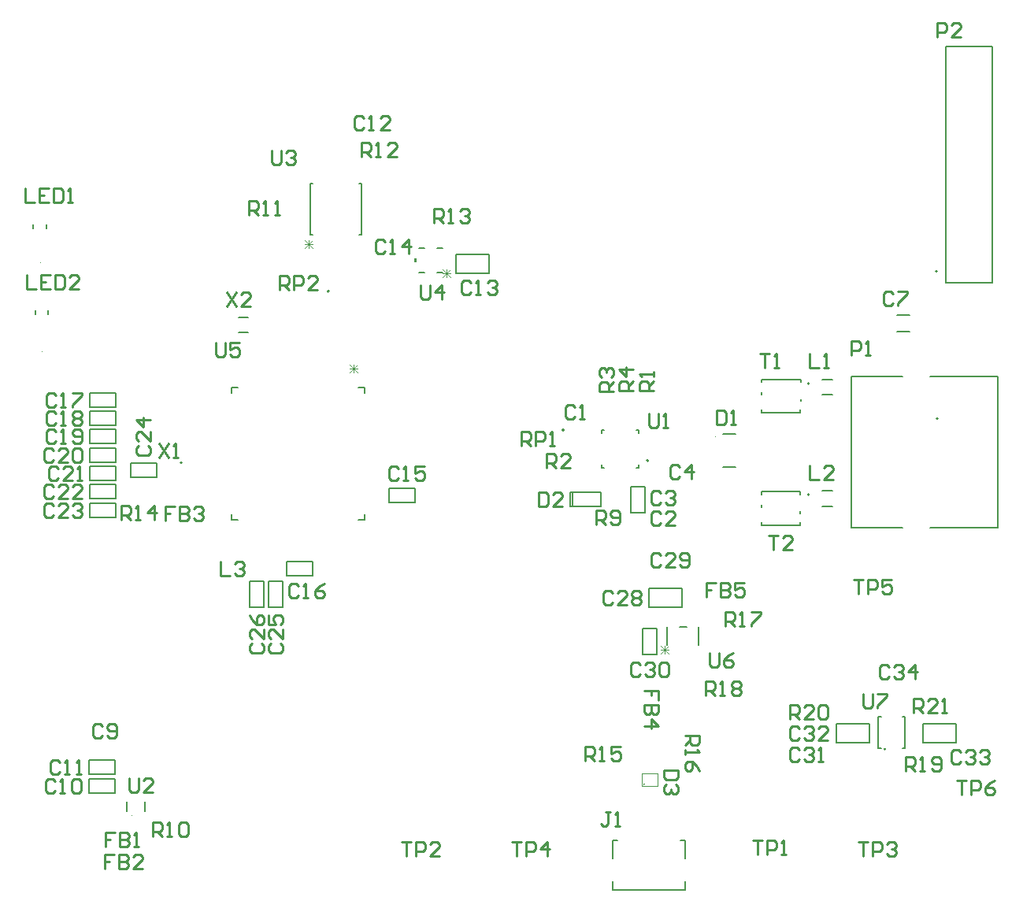
<source format=gto>
G04*
G04 #@! TF.GenerationSoftware,Altium Limited,Altium Designer,20.1.14 (287)*
G04*
G04 Layer_Color=65535*
%FSLAX25Y25*%
%MOIN*%
G70*
G04*
G04 #@! TF.SameCoordinates,46E05FB7-D2F1-4F7C-BBBD-68B76CC3C332*
G04*
G04*
G04 #@! TF.FilePolarity,Positive*
G04*
G01*
G75*
%ADD10C,0.00600*%
%ADD11C,0.00492*%
%ADD12C,0.00787*%
%ADD13C,0.00394*%
%ADD14C,0.00500*%
%ADD15C,0.01000*%
%ADD16C,0.00300*%
G36*
X180593Y269400D02*
X179593D01*
Y270900D01*
X180593D01*
Y269400D01*
D02*
G37*
D10*
X378357Y63290D02*
G03*
X378938Y63290I291J-74D01*
G01*
X346675Y218075D02*
G03*
X346675Y218075I-300J0D01*
G01*
Y170875D02*
G03*
X346675Y170875I-300J0D01*
G01*
X189087Y265115D02*
X191451D01*
X189087Y275186D02*
X191451D01*
X181380D02*
X183745D01*
X181380Y265115D02*
X183745D01*
X135550Y302600D02*
X136553D01*
X157250Y280900D02*
Y302600D01*
X156247D02*
X157250D01*
X135550Y280900D02*
Y302600D01*
Y280900D02*
X136553D01*
X156247D02*
X157250D01*
X294178Y17036D02*
Y24511D01*
X263678Y3811D02*
Y7364D01*
Y24511D02*
X265662D01*
X263678Y17036D02*
Y24511D01*
X292194D02*
X294178D01*
Y3811D02*
Y7364D01*
X263678Y3811D02*
X294178D01*
X299871Y107394D02*
Y115086D01*
X291823D02*
X294715D01*
X286666Y107394D02*
Y115086D01*
X376000Y76900D02*
X377095D01*
X387200Y63700D02*
Y76900D01*
X386105D02*
X387200D01*
X376000Y63700D02*
Y76900D01*
Y63700D02*
X377095D01*
X386105D02*
X387200D01*
X155923Y160241D02*
X158459D01*
X102341D02*
Y162777D01*
Y216359D02*
X104877D01*
X155923D02*
X158459D01*
Y160241D02*
Y162777D01*
X102341Y160241D02*
X104877D01*
X102341Y213823D02*
Y216359D01*
X158459Y213823D02*
Y216359D01*
X352025Y219750D02*
X356575D01*
X352025Y213250D02*
X356575D01*
X352025Y172550D02*
X356575D01*
X352025Y166050D02*
X356575D01*
X343024Y218552D02*
Y219803D01*
X326488Y213280D02*
Y214178D01*
X343024Y210524D02*
Y211422D01*
X342931Y205517D02*
Y207048D01*
X326488Y205517D02*
Y207048D01*
Y205517D02*
X342931D01*
X326488Y219803D02*
X343024D01*
X326488Y218509D02*
Y219803D01*
X342924Y170981D02*
Y172232D01*
X326388Y165709D02*
Y166607D01*
X342924Y162953D02*
Y163851D01*
X342831Y157945D02*
Y159477D01*
X326388Y157945D02*
Y159477D01*
Y157945D02*
X342831D01*
X326388Y172232D02*
X342924D01*
X326388Y170937D02*
Y172232D01*
D11*
X22000Y231379D02*
G03*
X22000Y231379I-246J0D01*
G01*
X21300Y269094D02*
G03*
X21300Y269094I-246J0D01*
G01*
D12*
X81192Y184531D02*
G03*
X81192Y184531I-394J0D01*
G01*
X400835Y265500D02*
G03*
X400835Y265500I-394J0D01*
G01*
X242894Y198300D02*
G03*
X242894Y198300I-394J0D01*
G01*
X143509Y257016D02*
G03*
X143509Y257016I-394J0D01*
G01*
X278717Y185427D02*
G03*
X278717Y185427I-394J0D01*
G01*
X401259Y203102D02*
G03*
X401259Y203102I-394J0D01*
G01*
X197253Y272538D02*
X211253D01*
X197253Y264538D02*
Y272538D01*
Y264538D02*
X211253D01*
Y272538D01*
X169000Y167500D02*
Y173500D01*
Y167500D02*
X180000D01*
X169000Y173500D02*
X180000D01*
Y167500D02*
Y173500D01*
X292760Y123342D02*
Y131342D01*
X278760Y123342D02*
X292760D01*
X278760D02*
Y131342D01*
X292760D01*
X408947Y66000D02*
Y74000D01*
X394947Y66000D02*
X408947D01*
X394947D02*
Y74000D01*
X408947D01*
X358347Y65907D02*
Y73907D01*
X372347D01*
Y65907D02*
Y73907D01*
X358347Y65907D02*
X372347D01*
X136600Y136600D02*
Y142600D01*
X125600D02*
X136600D01*
X125600Y136600D02*
X136600D01*
X125600D02*
Y142600D01*
X117869Y123411D02*
X123869D01*
Y134411D01*
X117869Y123411D02*
Y134411D01*
X123869D01*
X109981Y123464D02*
X115981D01*
Y134464D01*
X109981Y123464D02*
Y134464D01*
X115981D01*
X53120Y208106D02*
Y214106D01*
X42120D02*
X53120D01*
X42120Y208106D02*
X53120D01*
X42120D02*
Y214106D01*
X53120Y200317D02*
Y206317D01*
X42120D02*
X53120D01*
X42120Y200317D02*
X53120D01*
X42120D02*
Y206317D01*
Y192529D02*
Y198529D01*
Y192529D02*
X53120D01*
X42120Y198529D02*
X53120D01*
Y192529D02*
Y198529D01*
X42120Y184740D02*
Y190741D01*
Y184740D02*
X53120D01*
X42120Y190741D02*
X53120D01*
Y184740D02*
Y190741D01*
X42120Y176952D02*
Y182952D01*
Y176952D02*
X53120D01*
X42120Y182952D02*
X53120D01*
Y176952D02*
Y182952D01*
X42120Y169164D02*
Y175164D01*
Y169164D02*
X53120D01*
X42120Y175164D02*
X53120D01*
Y169164D02*
Y175164D01*
X42120Y161264D02*
Y167264D01*
Y161264D02*
X53120D01*
X42120Y167264D02*
X53120D01*
Y161264D02*
Y167264D01*
X246507Y166000D02*
X258507D01*
Y172000D01*
X246507D02*
X258507D01*
X246507Y166000D02*
Y172000D01*
X245507Y166000D02*
Y172000D01*
X246507D01*
X245507Y166000D02*
X246507D01*
X271159Y163400D02*
X277158D01*
Y174400D01*
X271159Y163400D02*
Y174400D01*
X277158D01*
X41800Y44600D02*
Y50600D01*
Y44600D02*
X52800D01*
X41800Y50600D02*
X52800D01*
Y44600D02*
Y50600D01*
X41800Y52800D02*
Y58800D01*
Y52800D02*
X52800D01*
X41800Y58800D02*
X52800D01*
Y52800D02*
Y58800D01*
X59547Y178200D02*
Y184200D01*
Y178200D02*
X70547D01*
X59547Y184200D02*
X70547D01*
Y178200D02*
Y184200D01*
X276200Y114353D02*
X282200D01*
X276200Y103353D02*
Y114353D01*
X282200Y103353D02*
Y114353D01*
X276200Y103353D02*
X282200D01*
D13*
X307091Y195505D02*
G03*
X307091Y195505I-197J0D01*
G01*
X60057Y35202D02*
G03*
X60057Y35202I-197J0D01*
G01*
X282561Y47539D02*
Y52939D01*
X275761D02*
X282561D01*
X275761Y47539D02*
Y52939D01*
Y47539D02*
X282561D01*
D14*
X276761Y48439D02*
G03*
X276761Y48439I-100J0D01*
G01*
X18271Y283561D02*
Y285293D01*
X23783Y283561D02*
Y285293D01*
X24583Y247345D02*
Y249077D01*
X19071Y247345D02*
Y249077D01*
X424221Y260500D02*
Y360500D01*
X404379D02*
X424221D01*
X404379Y260500D02*
Y360500D01*
Y260500D02*
X424221D01*
X105332Y239750D02*
X109268D01*
X105332Y246050D02*
X109268D01*
X310142Y182710D02*
X315458D01*
X310142Y196490D02*
X315458D01*
X274544Y182475D02*
Y183656D01*
Y197041D02*
Y198223D01*
X258796Y182475D02*
Y183656D01*
Y197041D02*
Y198223D01*
X273363Y182475D02*
X274544D01*
X273363Y198223D02*
X274544D01*
X258796Y182475D02*
X259977D01*
X258796Y198223D02*
X259977D01*
X65667Y36973D02*
Y40910D01*
X57990Y36973D02*
Y40910D01*
X364684Y157000D02*
X386180D01*
X364684D02*
Y221016D01*
X386180D01*
X397991Y157000D02*
X426652D01*
Y221016D01*
X397991D02*
X426652D01*
X383823Y239857D02*
X389177D01*
X383823Y246943D02*
X389177D01*
D15*
X157302Y314001D02*
Y319999D01*
X160301D01*
X161301Y318999D01*
Y317000D01*
X160301Y316000D01*
X157302D01*
X159302D02*
X161301Y314001D01*
X163301D02*
X165300D01*
X164300D01*
Y319999D01*
X163301Y318999D01*
X172298Y314001D02*
X168299D01*
X172298Y318000D01*
Y318999D01*
X171298Y319999D01*
X169299D01*
X168299Y318999D01*
X158101Y330199D02*
X157102Y331199D01*
X155102D01*
X154102Y330199D01*
Y326201D01*
X155102Y325201D01*
X157102D01*
X158101Y326201D01*
X160100Y325201D02*
X162100D01*
X161100D01*
Y331199D01*
X160100Y330199D01*
X169098Y325201D02*
X165099D01*
X169098Y329200D01*
Y330199D01*
X168098Y331199D01*
X166099D01*
X165099Y330199D01*
X203501Y260499D02*
X202502Y261499D01*
X200502D01*
X199502Y260499D01*
Y256501D01*
X200502Y255501D01*
X202502D01*
X203501Y256501D01*
X205501Y255501D02*
X207500D01*
X206500D01*
Y261499D01*
X205501Y260499D01*
X210499D02*
X211498Y261499D01*
X213498D01*
X214498Y260499D01*
Y259500D01*
X213498Y258500D01*
X212498D01*
X213498D01*
X214498Y257500D01*
Y256501D01*
X213498Y255501D01*
X211498D01*
X210499Y256501D01*
X167201Y277899D02*
X166201Y278899D01*
X164202D01*
X163202Y277899D01*
Y273901D01*
X164202Y272901D01*
X166201D01*
X167201Y273901D01*
X169201Y272901D02*
X171200D01*
X170200D01*
Y278899D01*
X169201Y277899D01*
X177198Y272901D02*
Y278899D01*
X174199Y275900D01*
X178198D01*
X182200Y259798D02*
Y254800D01*
X183200Y253800D01*
X185199D01*
X186199Y254800D01*
Y259798D01*
X191197Y253800D02*
Y259798D01*
X188198Y256799D01*
X192197D01*
X55402Y160401D02*
Y166399D01*
X58402D01*
X59401Y165399D01*
Y163400D01*
X58402Y162400D01*
X55402D01*
X57402D02*
X59401Y160401D01*
X61401D02*
X63400D01*
X62400D01*
Y166399D01*
X61401Y165399D01*
X69398Y160401D02*
Y166399D01*
X66399Y163400D01*
X70398D01*
X173001Y181999D02*
X172002Y182999D01*
X170002D01*
X169002Y181999D01*
Y178001D01*
X170002Y177001D01*
X172002D01*
X173001Y178001D01*
X175001Y177001D02*
X177000D01*
X176000D01*
Y182999D01*
X175001Y181999D01*
X183998Y182999D02*
X179999D01*
Y180000D01*
X181998Y181000D01*
X182998D01*
X183998Y180000D01*
Y178001D01*
X182998Y177001D01*
X180999D01*
X179999Y178001D01*
X119302Y316699D02*
Y311701D01*
X120301Y310701D01*
X122301D01*
X123300Y311701D01*
Y316699D01*
X125300Y315699D02*
X126299Y316699D01*
X128299D01*
X129298Y315699D01*
Y314700D01*
X128299Y313700D01*
X127299D01*
X128299D01*
X129298Y312700D01*
Y311701D01*
X128299Y310701D01*
X126299D01*
X125300Y311701D01*
X109400Y289200D02*
Y295198D01*
X112399D01*
X113399Y294198D01*
Y292199D01*
X112399Y291199D01*
X109400D01*
X111399D02*
X113399Y289200D01*
X115398D02*
X117397D01*
X116398D01*
Y295198D01*
X115398Y294198D01*
X120396Y289200D02*
X122396D01*
X121396D01*
Y295198D01*
X120396Y294198D01*
X262399Y36698D02*
X260399D01*
X261399D01*
Y31700D01*
X260399Y30700D01*
X259400D01*
X258400Y31700D01*
X264398Y30700D02*
X266397D01*
X265398D01*
Y36698D01*
X264398Y35698D01*
X323000Y24498D02*
X326999D01*
X324999D01*
Y18500D01*
X328998D02*
Y24498D01*
X331997D01*
X332997Y23498D01*
Y21499D01*
X331997Y20499D01*
X328998D01*
X334996Y18500D02*
X336996D01*
X335996D01*
Y24498D01*
X334996Y23498D01*
X251700Y58300D02*
Y64298D01*
X254699D01*
X255699Y63298D01*
Y61299D01*
X254699Y60299D01*
X251700D01*
X253699D02*
X255699Y58300D01*
X257698D02*
X259697D01*
X258698D01*
Y64298D01*
X257698Y63298D01*
X266695Y64298D02*
X262696D01*
Y61299D01*
X264696Y62299D01*
X265696D01*
X266695Y61299D01*
Y59300D01*
X265696Y58300D01*
X263696D01*
X262696Y59300D01*
X307299Y133498D02*
X303300D01*
Y130499D01*
X305299D01*
X303300D01*
Y127500D01*
X309298Y133498D02*
Y127500D01*
X312297D01*
X313297Y128500D01*
Y129499D01*
X312297Y130499D01*
X309298D01*
X312297D01*
X313297Y131499D01*
Y132498D01*
X312297Y133498D01*
X309298D01*
X319295D02*
X315296D01*
Y130499D01*
X317296Y131499D01*
X318295D01*
X319295Y130499D01*
Y128500D01*
X318295Y127500D01*
X316296D01*
X315296Y128500D01*
X311100Y115200D02*
Y121198D01*
X314099D01*
X315099Y120198D01*
Y118199D01*
X314099Y117199D01*
X311100D01*
X313099D02*
X315099Y115200D01*
X317098D02*
X319097D01*
X318098D01*
Y121198D01*
X317098Y120198D01*
X322096Y121198D02*
X326095D01*
Y120198D01*
X322096Y116200D01*
Y115200D01*
X303002Y86001D02*
Y91999D01*
X306001D01*
X307001Y90999D01*
Y89000D01*
X306001Y88000D01*
X303002D01*
X305002D02*
X307001Y86001D01*
X309000D02*
X311000D01*
X310000D01*
Y91999D01*
X309000Y90999D01*
X313999D02*
X314999Y91999D01*
X316998D01*
X317998Y90999D01*
Y90000D01*
X316998Y89000D01*
X317998Y88000D01*
Y87001D01*
X316998Y86001D01*
X314999D01*
X313999Y87001D01*
Y88000D01*
X314999Y89000D01*
X313999Y90000D01*
Y90999D01*
X314999Y89000D02*
X316998D01*
X304502Y103999D02*
Y99001D01*
X305501Y98001D01*
X307501D01*
X308500Y99001D01*
Y103999D01*
X314498D02*
X312499Y102999D01*
X310500Y101000D01*
Y99001D01*
X311499Y98001D01*
X313499D01*
X314498Y99001D01*
Y100000D01*
X313499Y101000D01*
X310500D01*
X263399Y129298D02*
X262399Y130298D01*
X260400D01*
X259400Y129298D01*
Y125300D01*
X260400Y124300D01*
X262399D01*
X263399Y125300D01*
X269397Y124300D02*
X265398D01*
X269397Y128299D01*
Y129298D01*
X268397Y130298D01*
X266398D01*
X265398Y129298D01*
X271396D02*
X272396Y130298D01*
X274395D01*
X275395Y129298D01*
Y128299D01*
X274395Y127299D01*
X275395Y126299D01*
Y125300D01*
X274395Y124300D01*
X272396D01*
X271396Y125300D01*
Y126299D01*
X272396Y127299D01*
X271396Y128299D01*
Y129298D01*
X272396Y127299D02*
X274395D01*
X283799Y145298D02*
X282799Y146298D01*
X280800D01*
X279800Y145298D01*
Y141300D01*
X280800Y140300D01*
X282799D01*
X283799Y141300D01*
X289797Y140300D02*
X285798D01*
X289797Y144299D01*
Y145298D01*
X288797Y146298D01*
X286798D01*
X285798Y145298D01*
X291796Y141300D02*
X292796Y140300D01*
X294795D01*
X295795Y141300D01*
Y145298D01*
X294795Y146298D01*
X292796D01*
X291796Y145298D01*
Y144299D01*
X292796Y143299D01*
X295795D01*
X411001Y61999D02*
X410002Y62999D01*
X408002D01*
X407003Y61999D01*
Y58001D01*
X408002Y57001D01*
X410002D01*
X411001Y58001D01*
X413001Y61999D02*
X414000Y62999D01*
X416000D01*
X416999Y61999D01*
Y61000D01*
X416000Y60000D01*
X415000D01*
X416000D01*
X416999Y59000D01*
Y58001D01*
X416000Y57001D01*
X414000D01*
X413001Y58001D01*
X418999Y61999D02*
X419998Y62999D01*
X421998D01*
X422997Y61999D01*
Y61000D01*
X421998Y60000D01*
X420998D01*
X421998D01*
X422997Y59000D01*
Y58001D01*
X421998Y57001D01*
X419998D01*
X418999Y58001D01*
X369502Y86499D02*
Y81501D01*
X370501Y80501D01*
X372501D01*
X373500Y81501D01*
Y86499D01*
X375500D02*
X379498D01*
Y85499D01*
X375500Y81501D01*
Y80501D01*
X387502Y54001D02*
Y59999D01*
X390501D01*
X391501Y58999D01*
Y57000D01*
X390501Y56000D01*
X387502D01*
X389502D02*
X391501Y54001D01*
X393500D02*
X395500D01*
X394500D01*
Y59999D01*
X393500Y58999D01*
X398499Y55001D02*
X399499Y54001D01*
X401498D01*
X402498Y55001D01*
Y58999D01*
X401498Y59999D01*
X399499D01*
X398499Y58999D01*
Y58000D01*
X399499Y57000D01*
X402498D01*
X380399Y97898D02*
X379399Y98898D01*
X377400D01*
X376400Y97898D01*
Y93900D01*
X377400Y92900D01*
X379399D01*
X380399Y93900D01*
X382398Y97898D02*
X383398Y98898D01*
X385397D01*
X386397Y97898D01*
Y96899D01*
X385397Y95899D01*
X384397D01*
X385397D01*
X386397Y94899D01*
Y93900D01*
X385397Y92900D01*
X383398D01*
X382398Y93900D01*
X391395Y92900D02*
Y98898D01*
X388396Y95899D01*
X392395D01*
X342501Y62999D02*
X341501Y63999D01*
X339502D01*
X338502Y62999D01*
Y59001D01*
X339502Y58001D01*
X341501D01*
X342501Y59001D01*
X344500Y62999D02*
X345500Y63999D01*
X347499D01*
X348499Y62999D01*
Y62000D01*
X347499Y61000D01*
X346500D01*
X347499D01*
X348499Y60000D01*
Y59001D01*
X347499Y58001D01*
X345500D01*
X344500Y59001D01*
X350498Y58001D02*
X352498D01*
X351498D01*
Y63999D01*
X350498Y62999D01*
X342501Y71999D02*
X341502Y72999D01*
X339502D01*
X338503Y71999D01*
Y68001D01*
X339502Y67001D01*
X341502D01*
X342501Y68001D01*
X344501Y71999D02*
X345500Y72999D01*
X347500D01*
X348499Y71999D01*
Y71000D01*
X347500Y70000D01*
X346500D01*
X347500D01*
X348499Y69000D01*
Y68001D01*
X347500Y67001D01*
X345500D01*
X344501Y68001D01*
X354497Y67001D02*
X350499D01*
X354497Y71000D01*
Y71999D01*
X353498Y72999D01*
X351498D01*
X350499Y71999D01*
X338503Y76001D02*
Y81999D01*
X341502D01*
X342501Y80999D01*
Y79000D01*
X341502Y78000D01*
X338503D01*
X340502D02*
X342501Y76001D01*
X348499D02*
X344501D01*
X348499Y80000D01*
Y80999D01*
X347500Y81999D01*
X345500D01*
X344501Y80999D01*
X350499D02*
X351498Y81999D01*
X353498D01*
X354497Y80999D01*
Y77001D01*
X353498Y76001D01*
X351498D01*
X350499Y77001D01*
Y80999D01*
X15504Y263999D02*
Y258001D01*
X19502D01*
X25500Y263999D02*
X21502D01*
Y258001D01*
X25500D01*
X21502Y261000D02*
X23501D01*
X27500Y263999D02*
Y258001D01*
X30499D01*
X31498Y259001D01*
Y262999D01*
X30499Y263999D01*
X27500D01*
X37496Y258001D02*
X33498D01*
X37496Y262000D01*
Y262999D01*
X36497Y263999D01*
X34497D01*
X33498Y262999D01*
X15003Y300499D02*
Y294501D01*
X19002D01*
X25000Y300499D02*
X21001D01*
Y294501D01*
X25000D01*
X21001Y297500D02*
X23001D01*
X26999Y300499D02*
Y294501D01*
X29998D01*
X30998Y295501D01*
Y299499D01*
X29998Y300499D01*
X26999D01*
X32997Y294501D02*
X34997D01*
X33997D01*
Y300499D01*
X32997Y299499D01*
X71601Y192699D02*
X75600Y186701D01*
Y192699D02*
X71601Y186701D01*
X77599D02*
X79599D01*
X78599D01*
Y192699D01*
X77599Y191699D01*
X130501Y132399D02*
X129501Y133399D01*
X127502D01*
X126502Y132399D01*
Y128401D01*
X127502Y127401D01*
X129501D01*
X130501Y128401D01*
X132501Y127401D02*
X134500D01*
X133500D01*
Y133399D01*
X132501Y132399D01*
X141498Y133399D02*
X139498Y132399D01*
X137499Y130400D01*
Y128401D01*
X138499Y127401D01*
X140498D01*
X141498Y128401D01*
Y129400D01*
X140498Y130400D01*
X137499D01*
X97600Y142798D02*
Y136800D01*
X101599D01*
X103598Y141798D02*
X104598Y142798D01*
X106597D01*
X107597Y141798D01*
Y140799D01*
X106597Y139799D01*
X105597D01*
X106597D01*
X107597Y138799D01*
Y137800D01*
X106597Y136800D01*
X104598D01*
X103598Y137800D01*
X118902Y107999D02*
X117902Y106999D01*
Y105000D01*
X118902Y104000D01*
X122900D01*
X123900Y105000D01*
Y106999D01*
X122900Y107999D01*
X123900Y113997D02*
Y109998D01*
X119901Y113997D01*
X118902D01*
X117902Y112997D01*
Y110998D01*
X118902Y109998D01*
X117902Y119995D02*
Y115996D01*
X120901D01*
X119901Y117996D01*
Y118995D01*
X120901Y119995D01*
X122900D01*
X123900Y118995D01*
Y116996D01*
X122900Y115996D01*
X111002Y108099D02*
X110002Y107099D01*
Y105100D01*
X111002Y104100D01*
X115000D01*
X116000Y105100D01*
Y107099D01*
X115000Y108099D01*
X116000Y114097D02*
Y110098D01*
X112001Y114097D01*
X111002D01*
X110002Y113097D01*
Y111098D01*
X111002Y110098D01*
X110002Y120095D02*
X111002Y118096D01*
X113001Y116096D01*
X115000D01*
X116000Y117096D01*
Y119095D01*
X115000Y120095D01*
X114001D01*
X113001Y119095D01*
Y116096D01*
X78301Y166099D02*
X74303D01*
Y163100D01*
X76302D01*
X74303D01*
Y160101D01*
X80301Y166099D02*
Y160101D01*
X83300D01*
X84299Y161101D01*
Y162100D01*
X83300Y163100D01*
X80301D01*
X83300D01*
X84299Y164100D01*
Y165099D01*
X83300Y166099D01*
X80301D01*
X86299Y165099D02*
X87298Y166099D01*
X89298D01*
X90297Y165099D01*
Y164100D01*
X89298Y163100D01*
X88298D01*
X89298D01*
X90297Y162100D01*
Y161101D01*
X89298Y160101D01*
X87298D01*
X86299Y161101D01*
X27699Y213098D02*
X26699Y214098D01*
X24700D01*
X23700Y213098D01*
Y209100D01*
X24700Y208100D01*
X26699D01*
X27699Y209100D01*
X29698Y208100D02*
X31697D01*
X30698D01*
Y214098D01*
X29698Y213098D01*
X34696Y214098D02*
X38695D01*
Y213098D01*
X34696Y209100D01*
Y208100D01*
X27699Y205298D02*
X26699Y206298D01*
X24700D01*
X23700Y205298D01*
Y201300D01*
X24700Y200300D01*
X26699D01*
X27699Y201300D01*
X29698Y200300D02*
X31697D01*
X30698D01*
Y206298D01*
X29698Y205298D01*
X34696D02*
X35696Y206298D01*
X37696D01*
X38695Y205298D01*
Y204299D01*
X37696Y203299D01*
X38695Y202299D01*
Y201300D01*
X37696Y200300D01*
X35696D01*
X34696Y201300D01*
Y202299D01*
X35696Y203299D01*
X34696Y204299D01*
Y205298D01*
X35696Y203299D02*
X37696D01*
X27699Y197498D02*
X26699Y198498D01*
X24700D01*
X23700Y197498D01*
Y193500D01*
X24700Y192500D01*
X26699D01*
X27699Y193500D01*
X29698Y192500D02*
X31697D01*
X30698D01*
Y198498D01*
X29698Y197498D01*
X34696Y193500D02*
X35696Y192500D01*
X37696D01*
X38695Y193500D01*
Y197498D01*
X37696Y198498D01*
X35696D01*
X34696Y197498D01*
Y196499D01*
X35696Y195499D01*
X38695D01*
X26699Y189698D02*
X25699Y190698D01*
X23700D01*
X22700Y189698D01*
Y185700D01*
X23700Y184700D01*
X25699D01*
X26699Y185700D01*
X32697Y184700D02*
X28698D01*
X32697Y188699D01*
Y189698D01*
X31697Y190698D01*
X29698D01*
X28698Y189698D01*
X34696D02*
X35696Y190698D01*
X37695D01*
X38695Y189698D01*
Y185700D01*
X37695Y184700D01*
X35696D01*
X34696Y185700D01*
Y189698D01*
X28699Y181998D02*
X27699Y182998D01*
X25700D01*
X24700Y181998D01*
Y178000D01*
X25700Y177000D01*
X27699D01*
X28699Y178000D01*
X34697Y177000D02*
X30698D01*
X34697Y180999D01*
Y181998D01*
X33697Y182998D01*
X31698D01*
X30698Y181998D01*
X36696Y177000D02*
X38695D01*
X37696D01*
Y182998D01*
X36696Y181998D01*
X26699Y174198D02*
X25699Y175198D01*
X23700D01*
X22700Y174198D01*
Y170200D01*
X23700Y169200D01*
X25699D01*
X26699Y170200D01*
X32697Y169200D02*
X28698D01*
X32697Y173199D01*
Y174198D01*
X31697Y175198D01*
X29698D01*
X28698Y174198D01*
X38695Y169200D02*
X34696D01*
X38695Y173199D01*
Y174198D01*
X37695Y175198D01*
X35696D01*
X34696Y174198D01*
X26699Y166298D02*
X25699Y167298D01*
X23700D01*
X22700Y166298D01*
Y162300D01*
X23700Y161300D01*
X25699D01*
X26699Y162300D01*
X32697Y161300D02*
X28698D01*
X32697Y165299D01*
Y166298D01*
X31697Y167298D01*
X29698D01*
X28698Y166298D01*
X34696D02*
X35696Y167298D01*
X37695D01*
X38695Y166298D01*
Y165299D01*
X37695Y164299D01*
X36696D01*
X37695D01*
X38695Y163299D01*
Y162300D01*
X37695Y161300D01*
X35696D01*
X34696Y162300D01*
X400700Y364600D02*
Y370598D01*
X403699D01*
X404699Y369598D01*
Y367599D01*
X403699Y366599D01*
X400700D01*
X410697Y364600D02*
X406698D01*
X410697Y368599D01*
Y369598D01*
X409697Y370598D01*
X407698D01*
X406698Y369598D01*
X100300Y256498D02*
X104299Y250500D01*
Y256498D02*
X100300Y250500D01*
X110297D02*
X106298D01*
X110297Y254499D01*
Y255498D01*
X109297Y256498D01*
X107298D01*
X106298Y255498D01*
X95600Y235198D02*
Y230200D01*
X96600Y229200D01*
X98599D01*
X99599Y230200D01*
Y235198D01*
X105597D02*
X101598D01*
Y232199D01*
X103597Y233199D01*
X104597D01*
X105597Y232199D01*
Y230200D01*
X104597Y229200D01*
X102598D01*
X101598Y230200D01*
X58700Y51098D02*
Y46100D01*
X59700Y45100D01*
X61699D01*
X62699Y46100D01*
Y51098D01*
X68697Y45100D02*
X64698D01*
X68697Y49099D01*
Y50098D01*
X67697Y51098D01*
X65698D01*
X64698Y50098D01*
X279001Y205199D02*
Y200201D01*
X280001Y199201D01*
X282000D01*
X283000Y200201D01*
Y205199D01*
X284999Y199201D02*
X286999D01*
X285999D01*
Y205199D01*
X284999Y204199D01*
X409153Y49898D02*
X413152D01*
X411152D01*
Y43900D01*
X415151D02*
Y49898D01*
X418150D01*
X419149Y48898D01*
Y46899D01*
X418150Y45899D01*
X415151D01*
X425148Y49898D02*
X423148Y48898D01*
X421149Y46899D01*
Y44900D01*
X422149Y43900D01*
X424148D01*
X425148Y44900D01*
Y45899D01*
X424148Y46899D01*
X421149D01*
X365400Y134898D02*
X369399D01*
X367399D01*
Y128900D01*
X371398D02*
Y134898D01*
X374397D01*
X375397Y133898D01*
Y131899D01*
X374397Y130899D01*
X371398D01*
X381395Y134898D02*
X377396D01*
Y131899D01*
X379396Y132899D01*
X380395D01*
X381395Y131899D01*
Y129900D01*
X380395Y128900D01*
X378396D01*
X377396Y129900D01*
X221000Y23998D02*
X224999D01*
X222999D01*
Y18000D01*
X226998D02*
Y23998D01*
X229997D01*
X230997Y22998D01*
Y20999D01*
X229997Y19999D01*
X226998D01*
X235995Y18000D02*
Y23998D01*
X232996Y20999D01*
X236995D01*
X367500Y23998D02*
X371499D01*
X369499D01*
Y18000D01*
X373498D02*
Y23998D01*
X376497D01*
X377497Y22998D01*
Y20999D01*
X376497Y19999D01*
X373498D01*
X379496Y22998D02*
X380496Y23998D01*
X382495D01*
X383495Y22998D01*
Y21999D01*
X382495Y20999D01*
X381495D01*
X382495D01*
X383495Y19999D01*
Y19000D01*
X382495Y18000D01*
X380496D01*
X379496Y19000D01*
X174200Y23998D02*
X178199D01*
X176199D01*
Y18000D01*
X180198D02*
Y23998D01*
X183197D01*
X184197Y22998D01*
Y20999D01*
X183197Y19999D01*
X180198D01*
X190195Y18000D02*
X186196D01*
X190195Y21999D01*
Y22998D01*
X189195Y23998D01*
X187196D01*
X186196Y22998D01*
X329600Y153498D02*
X333599D01*
X331599D01*
Y147500D01*
X339597D02*
X335598D01*
X339597Y151499D01*
Y152498D01*
X338597Y153498D01*
X336598D01*
X335598Y152498D01*
X325706Y230601D02*
X329705D01*
X327705D01*
Y224603D01*
X331704D02*
X333703D01*
X332704D01*
Y230601D01*
X331704Y229602D01*
X122500Y257600D02*
Y263598D01*
X125499D01*
X126499Y262598D01*
Y260599D01*
X125499Y259599D01*
X122500D01*
X124499D02*
X126499Y257600D01*
X128498D02*
Y263598D01*
X131497D01*
X132497Y262598D01*
Y260599D01*
X131497Y259599D01*
X128498D01*
X138495Y257600D02*
X134496D01*
X138495Y261599D01*
Y262598D01*
X137495Y263598D01*
X135496D01*
X134496Y262598D01*
X224700Y191800D02*
Y197798D01*
X227699D01*
X228699Y196798D01*
Y194799D01*
X227699Y193799D01*
X224700D01*
X226699D02*
X228699Y191800D01*
X230698D02*
Y197798D01*
X233697D01*
X234697Y196798D01*
Y194799D01*
X233697Y193799D01*
X230698D01*
X236696Y191800D02*
X238696D01*
X237696D01*
Y197798D01*
X236696Y196798D01*
X391002Y78501D02*
Y84499D01*
X394001D01*
X395001Y83499D01*
Y81500D01*
X394001Y80500D01*
X391002D01*
X393002D02*
X395001Y78501D01*
X400999D02*
X397000D01*
X400999Y82500D01*
Y83499D01*
X399999Y84499D01*
X398000D01*
X397000Y83499D01*
X402998Y78501D02*
X404998D01*
X403998D01*
Y84499D01*
X402998Y83499D01*
X294101Y69098D02*
X300099D01*
Y66098D01*
X299099Y65099D01*
X297100D01*
X296100Y66098D01*
Y69098D01*
Y67098D02*
X294101Y65099D01*
Y63099D02*
Y61100D01*
Y62100D01*
X300099D01*
X299099Y63099D01*
X300099Y54102D02*
X299099Y56102D01*
X297100Y58101D01*
X295101D01*
X294101Y57101D01*
Y55102D01*
X295101Y54102D01*
X296100D01*
X297100Y55102D01*
Y58101D01*
X187700Y286000D02*
Y291998D01*
X190699D01*
X191699Y290998D01*
Y288999D01*
X190699Y287999D01*
X187700D01*
X189699D02*
X191699Y286000D01*
X193698D02*
X195697D01*
X194698D01*
Y291998D01*
X193698Y290998D01*
X198696D02*
X199696Y291998D01*
X201695D01*
X202695Y290998D01*
Y289999D01*
X201695Y288999D01*
X200696D01*
X201695D01*
X202695Y287999D01*
Y287000D01*
X201695Y286000D01*
X199696D01*
X198696Y287000D01*
X68702Y26401D02*
Y32399D01*
X71702D01*
X72701Y31399D01*
Y29400D01*
X71702Y28400D01*
X68702D01*
X70702D02*
X72701Y26401D01*
X74700D02*
X76700D01*
X75700D01*
Y32399D01*
X74700Y31399D01*
X79699D02*
X80699Y32399D01*
X82698D01*
X83698Y31399D01*
Y27401D01*
X82698Y26401D01*
X80699D01*
X79699Y27401D01*
Y31399D01*
X256500Y158400D02*
Y164398D01*
X259499D01*
X260499Y163398D01*
Y161399D01*
X259499Y160399D01*
X256500D01*
X258499D02*
X260499Y158400D01*
X262498Y159400D02*
X263498Y158400D01*
X265497D01*
X266497Y159400D01*
Y163398D01*
X265497Y164398D01*
X263498D01*
X262498Y163398D01*
Y162399D01*
X263498Y161399D01*
X266497D01*
X272099Y215002D02*
X266101D01*
Y218001D01*
X267101Y219000D01*
X269100D01*
X270100Y218001D01*
Y215002D01*
Y217001D02*
X272099Y219000D01*
Y223999D02*
X266101D01*
X269100Y221000D01*
Y224998D01*
X263699Y214802D02*
X257701D01*
Y217801D01*
X258701Y218800D01*
X260700D01*
X261700Y217801D01*
Y214802D01*
Y216801D02*
X263699Y218800D01*
X258701Y220800D02*
X257701Y221799D01*
Y223799D01*
X258701Y224798D01*
X259700D01*
X260700Y223799D01*
Y222799D01*
Y223799D01*
X261700Y224798D01*
X262699D01*
X263699Y223799D01*
Y221799D01*
X262699Y220800D01*
X235500Y182400D02*
Y188398D01*
X238499D01*
X239499Y187398D01*
Y185399D01*
X238499Y184399D01*
X235500D01*
X237499D02*
X239499Y182400D01*
X245497D02*
X241498D01*
X245497Y186399D01*
Y187398D01*
X244497Y188398D01*
X242498D01*
X241498Y187398D01*
X280699Y214901D02*
X274701D01*
Y217900D01*
X275701Y218900D01*
X277700D01*
X278700Y217900D01*
Y214901D01*
Y216901D02*
X280699Y218900D01*
Y220899D02*
Y222899D01*
Y221899D01*
X274701D01*
X275701Y220899D01*
X364611Y230058D02*
Y236056D01*
X367610D01*
X368609Y235056D01*
Y233057D01*
X367610Y232057D01*
X364611D01*
X370609Y230058D02*
X372608D01*
X371609D01*
Y236056D01*
X370609Y235056D01*
X346750Y183348D02*
Y177350D01*
X350749D01*
X356747D02*
X352748D01*
X356747Y181349D01*
Y182348D01*
X355747Y183348D01*
X353748D01*
X352748Y182348D01*
X346750Y230548D02*
Y224550D01*
X350749D01*
X352748D02*
X354747D01*
X353748D01*
Y230548D01*
X352748Y229548D01*
X282799Y83899D02*
Y87897D01*
X279800D01*
Y85898D01*
Y87897D01*
X276801D01*
X282799Y81899D02*
X276801D01*
Y78900D01*
X277801Y77901D01*
X278800D01*
X279800Y78900D01*
Y81899D01*
Y78900D01*
X280800Y77901D01*
X281799D01*
X282799Y78900D01*
Y81899D01*
X276801Y72902D02*
X282799D01*
X279800Y75901D01*
Y71903D01*
X52601Y18599D02*
X48603D01*
Y15600D01*
X50602D01*
X48603D01*
Y12601D01*
X54601Y18599D02*
Y12601D01*
X57600D01*
X58599Y13601D01*
Y14600D01*
X57600Y15600D01*
X54601D01*
X57600D01*
X58599Y16600D01*
Y17599D01*
X57600Y18599D01*
X54601D01*
X64597Y12601D02*
X60599D01*
X64597Y16600D01*
Y17599D01*
X63598Y18599D01*
X61598D01*
X60599Y17599D01*
X52701Y27899D02*
X48702D01*
Y24900D01*
X50702D01*
X48702D01*
Y21901D01*
X54700Y27899D02*
Y21901D01*
X57699D01*
X58699Y22901D01*
Y23900D01*
X57699Y24900D01*
X54700D01*
X57699D01*
X58699Y25900D01*
Y26899D01*
X57699Y27899D01*
X54700D01*
X60698Y21901D02*
X62698D01*
X61698D01*
Y27899D01*
X60698Y26899D01*
X291199Y54298D02*
X285201D01*
Y51299D01*
X286201Y50300D01*
X290199D01*
X291199Y51299D01*
Y54298D01*
X290199Y48300D02*
X291199Y47301D01*
Y45301D01*
X290199Y44302D01*
X289200D01*
X288200Y45301D01*
Y46301D01*
Y45301D01*
X287200Y44302D01*
X286201D01*
X285201Y45301D01*
Y47301D01*
X286201Y48300D01*
X232100Y171998D02*
Y166000D01*
X235099D01*
X236099Y167000D01*
Y170998D01*
X235099Y171998D01*
X232100D01*
X242097Y166000D02*
X238098D01*
X242097Y169999D01*
Y170998D01*
X241097Y171998D01*
X239098D01*
X238098Y170998D01*
X307500Y206598D02*
Y200600D01*
X310499D01*
X311499Y201600D01*
Y205598D01*
X310499Y206598D01*
X307500D01*
X313498Y200600D02*
X315497D01*
X314498D01*
Y206598D01*
X313498Y205598D01*
X275199Y98998D02*
X274199Y99998D01*
X272200D01*
X271200Y98998D01*
Y95000D01*
X272200Y94000D01*
X274199D01*
X275199Y95000D01*
X277198Y98998D02*
X278198Y99998D01*
X280197D01*
X281197Y98998D01*
Y97999D01*
X280197Y96999D01*
X279197D01*
X280197D01*
X281197Y95999D01*
Y95000D01*
X280197Y94000D01*
X278198D01*
X277198Y95000D01*
X283196Y98998D02*
X284196Y99998D01*
X286195D01*
X287195Y98998D01*
Y95000D01*
X286195Y94000D01*
X284196D01*
X283196Y95000D01*
Y98998D01*
X63002Y191599D02*
X62002Y190599D01*
Y188600D01*
X63002Y187600D01*
X67000D01*
X68000Y188600D01*
Y190599D01*
X67000Y191599D01*
X68000Y197597D02*
Y193598D01*
X64001Y197597D01*
X63002D01*
X62002Y196597D01*
Y194598D01*
X63002Y193598D01*
X68000Y202595D02*
X62002D01*
X65001Y199596D01*
Y203595D01*
X29399Y57798D02*
X28399Y58798D01*
X26400D01*
X25400Y57798D01*
Y53800D01*
X26400Y52800D01*
X28399D01*
X29399Y53800D01*
X31398Y52800D02*
X33397D01*
X32398D01*
Y58798D01*
X31398Y57798D01*
X36396Y52800D02*
X38396D01*
X37396D01*
Y58798D01*
X36396Y57798D01*
X27399Y49598D02*
X26399Y50598D01*
X24400D01*
X23400Y49598D01*
Y45600D01*
X24400Y44600D01*
X26399D01*
X27399Y45600D01*
X29398Y44600D02*
X31397D01*
X30398D01*
Y50598D01*
X29398Y49598D01*
X34396D02*
X35396Y50598D01*
X37396D01*
X38395Y49598D01*
Y45600D01*
X37396Y44600D01*
X35396D01*
X34396Y45600D01*
Y49598D01*
X47499Y72898D02*
X46499Y73898D01*
X44500D01*
X43500Y72898D01*
Y68900D01*
X44500Y67900D01*
X46499D01*
X47499Y68900D01*
X49498D02*
X50498Y67900D01*
X52497D01*
X53497Y68900D01*
Y72898D01*
X52497Y73898D01*
X50498D01*
X49498Y72898D01*
Y71899D01*
X50498Y70899D01*
X53497D01*
X382349Y256048D02*
X381349Y257048D01*
X379350D01*
X378350Y256048D01*
Y252050D01*
X379350Y251050D01*
X381349D01*
X382349Y252050D01*
X384348Y257048D02*
X388347D01*
Y256048D01*
X384348Y252050D01*
Y251050D01*
X291899Y182698D02*
X290899Y183698D01*
X288900D01*
X287900Y182698D01*
Y178700D01*
X288900Y177700D01*
X290899D01*
X291899Y178700D01*
X296897Y177700D02*
Y183698D01*
X293898Y180699D01*
X297897D01*
X283800Y171799D02*
X282801Y172799D01*
X280801D01*
X279802Y171799D01*
Y167801D01*
X280801Y166801D01*
X282801D01*
X283800Y167801D01*
X285800Y171799D02*
X286799Y172799D01*
X288799D01*
X289798Y171799D01*
Y170800D01*
X288799Y169800D01*
X287799D01*
X288799D01*
X289798Y168800D01*
Y167801D01*
X288799Y166801D01*
X286799D01*
X285800Y167801D01*
X284000Y162999D02*
X283001Y163999D01*
X281001D01*
X280002Y162999D01*
Y159001D01*
X281001Y158001D01*
X283001D01*
X284000Y159001D01*
X289998Y158001D02*
X286000D01*
X289998Y162000D01*
Y162999D01*
X288999Y163999D01*
X286999D01*
X286000Y162999D01*
X247599Y207998D02*
X246599Y208998D01*
X244600D01*
X243600Y207998D01*
Y204000D01*
X244600Y203000D01*
X246599D01*
X247599Y204000D01*
X249598Y203000D02*
X251597D01*
X250598D01*
Y208998D01*
X249598Y207998D01*
D16*
X194989Y263048D02*
X191656Y266380D01*
X194989D02*
X191656Y263048D01*
X194989Y264714D02*
X191656D01*
X193323Y266380D02*
Y263048D01*
X133035Y275350D02*
X136367Y278682D01*
Y275350D02*
X133035Y278682D01*
X134701Y275350D02*
Y278682D01*
X136367Y277016D02*
X133035D01*
X283895Y103664D02*
X287227Y106996D01*
Y103664D02*
X283895Y106996D01*
X285561Y103664D02*
Y106996D01*
X287227Y105330D02*
X283895D01*
X155665Y225850D02*
X152333Y222518D01*
Y225850D02*
X155665Y222518D01*
X153999Y225850D02*
Y222518D01*
X152333Y224184D02*
X155665D01*
M02*

</source>
